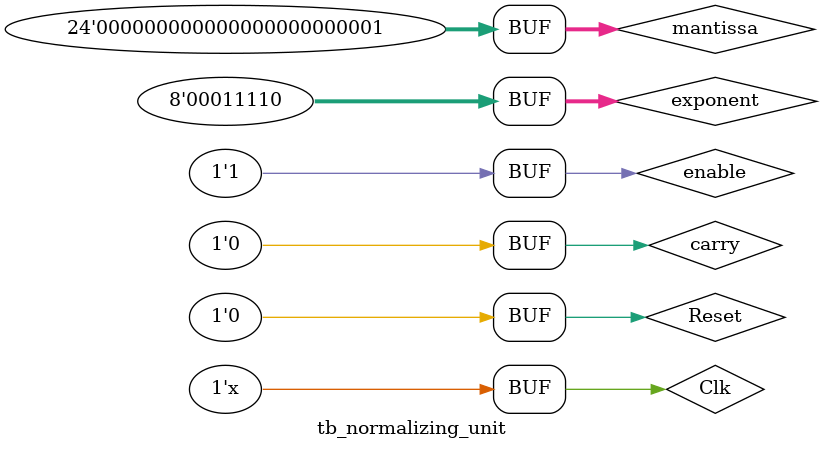
<source format=v>
`timescale 1ns / 1ps

module tb_normalizing_unit();

    // Inputs
    reg Clk;
    reg Reset;
    reg carry;
    reg [23:0] mantissa;
    reg [7:0] exponent;
    reg enable;

    // Outputs
    wire [23:0] mantissa_normalized;
    wire [7:0] exponent_normalized;

    // Instantiate the Unit Under Test (UUT)
    normalizing_unit uut (
        .Clk(Clk),
        .Reset(Reset),
        .carry(carry),
        .mantissa(mantissa),
        .exponent(exponent),
        .mantissa_normalized(mantissa_normalized),
        .exponent_normalized(exponent_normalized),
        .enable(enable)
    );

    // Clock generation
    always #5 Clk = ~Clk;

    initial begin
        
        Clk = 0;
        Reset = 1;
        enable = 0;
        carry = 0;
        mantissa = 24'b000010000000000000000000;  // Example: leading zeros to test LZD
        exponent = 8'd127;
        #10
        Reset = 0;
        enable = 1;
        #100
        
        Reset = 1;
        enable = 0; 
        carry = 1;
        mantissa = 24'b000010000000000000000000;
        exponent = 8'd30;
        #10
        Reset = 0;
        enable = 1;
        #100
        
        Reset = 1;
        enable = 0; 
        carry = 0;
        mantissa = 24'b00000000000000000000001;
        exponent = 8'd30;
        #10
        Reset = 0;
        enable = 1;
    end
endmodule

</source>
